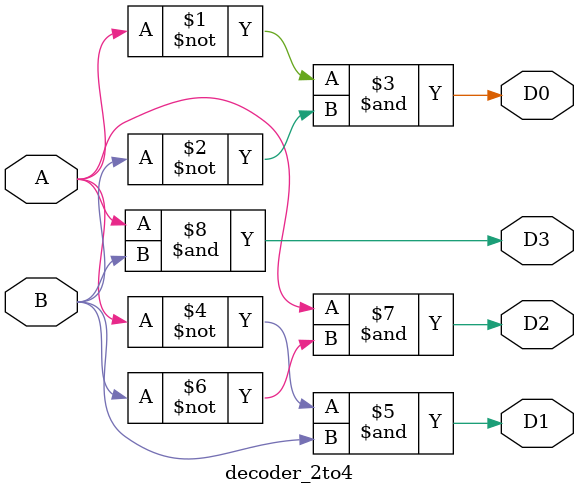
<source format=v>
`timescale 1ns / 1ps


module decoder_2to4(A,B,D0,D1,D2,D3);
input A,B;
output D0,D1,D2,D3;
//and(D0,~A,~B);
//and(D1,~A,B);
//and(D2,A,~B);
//and(D3,A,B);
assign D0 = ~A&~B;
assign D1=~A&B;
assign D2 = A&~B;
assign D3 = A&B;
endmodule

</source>
